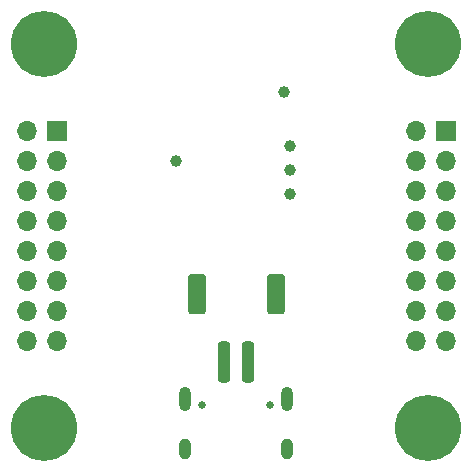
<source format=gbr>
%TF.GenerationSoftware,KiCad,Pcbnew,8.0.7*%
%TF.CreationDate,2024-12-17T10:58:39+01:00*%
%TF.ProjectId,stackflex_core,73746163-6b66-46c6-9578-5f636f72652e,2025.1.0*%
%TF.SameCoordinates,Original*%
%TF.FileFunction,Soldermask,Bot*%
%TF.FilePolarity,Negative*%
%FSLAX46Y46*%
G04 Gerber Fmt 4.6, Leading zero omitted, Abs format (unit mm)*
G04 Created by KiCad (PCBNEW 8.0.7) date 2024-12-17 10:58:39*
%MOMM*%
%LPD*%
G01*
G04 APERTURE LIST*
G04 Aperture macros list*
%AMRoundRect*
0 Rectangle with rounded corners*
0 $1 Rounding radius*
0 $2 $3 $4 $5 $6 $7 $8 $9 X,Y pos of 4 corners*
0 Add a 4 corners polygon primitive as box body*
4,1,4,$2,$3,$4,$5,$6,$7,$8,$9,$2,$3,0*
0 Add four circle primitives for the rounded corners*
1,1,$1+$1,$2,$3*
1,1,$1+$1,$4,$5*
1,1,$1+$1,$6,$7*
1,1,$1+$1,$8,$9*
0 Add four rect primitives between the rounded corners*
20,1,$1+$1,$2,$3,$4,$5,0*
20,1,$1+$1,$4,$5,$6,$7,0*
20,1,$1+$1,$6,$7,$8,$9,0*
20,1,$1+$1,$8,$9,$2,$3,0*%
G04 Aperture macros list end*
%ADD10R,1.700000X1.700000*%
%ADD11O,1.700000X1.700000*%
%ADD12C,5.600000*%
%ADD13C,0.650000*%
%ADD14O,1.000000X2.100000*%
%ADD15O,1.000000X1.800000*%
%ADD16C,1.000000*%
%ADD17RoundRect,0.250000X-0.250000X-1.500000X0.250000X-1.500000X0.250000X1.500000X-0.250000X1.500000X0*%
%ADD18RoundRect,0.250001X-0.499999X-1.449999X0.499999X-1.449999X0.499999X1.449999X-0.499999X1.449999X0*%
G04 APERTURE END LIST*
D10*
%TO.C,J2*%
X-15220000Y8875000D03*
D11*
X-17760000Y8875000D03*
X-15220000Y6335000D03*
X-17760000Y6335000D03*
X-15220000Y3795000D03*
X-17760000Y3795000D03*
X-15220000Y1255000D03*
X-17760000Y1255000D03*
X-15220000Y-1285000D03*
X-17760000Y-1285000D03*
X-15220000Y-3825000D03*
X-17760000Y-3825000D03*
X-15220000Y-6365000D03*
X-17760000Y-6365000D03*
X-15220000Y-8905000D03*
X-17760000Y-8905000D03*
%TD*%
D12*
%TO.C,H3*%
X-16256000Y-16256000D03*
%TD*%
%TO.C,H1*%
X-16256000Y16256000D03*
%TD*%
D13*
%TO.C,J1*%
X-2892000Y-14354000D03*
X2888000Y-14354000D03*
D14*
X-4322000Y-13854000D03*
D15*
X-4322000Y-18034000D03*
D14*
X4318000Y-13854000D03*
D15*
X4318000Y-18034000D03*
%TD*%
D12*
%TO.C,H2*%
X16256000Y16256000D03*
%TD*%
D10*
%TO.C,J3*%
X17780000Y8890000D03*
D11*
X15240000Y8890000D03*
X17780000Y6350000D03*
X15240000Y6350000D03*
X17780000Y3810000D03*
X15240000Y3810000D03*
X17780000Y1270000D03*
X15240000Y1270000D03*
X17780000Y-1270000D03*
X15240000Y-1270000D03*
X17780000Y-3810000D03*
X15240000Y-3810000D03*
X17780000Y-6350000D03*
X15240000Y-6350000D03*
X17780000Y-8890000D03*
X15240000Y-8890000D03*
%TD*%
D12*
%TO.C,H4*%
X16256000Y-16256000D03*
%TD*%
D16*
%TO.C,S5*%
X4572000Y3556000D03*
%TD*%
%TO.C,S4*%
X4572000Y5588000D03*
%TD*%
%TO.C,S03*%
X-5080000Y6350000D03*
%TD*%
%TO.C,S46*%
X4064000Y12192000D03*
%TD*%
D17*
%TO.C,J4*%
X-1016000Y-10668000D03*
X984000Y-10668000D03*
D18*
X-3366000Y-4918000D03*
X3334000Y-4918000D03*
%TD*%
D16*
%TO.C,S45*%
X4572000Y7620000D03*
%TD*%
M02*

</source>
